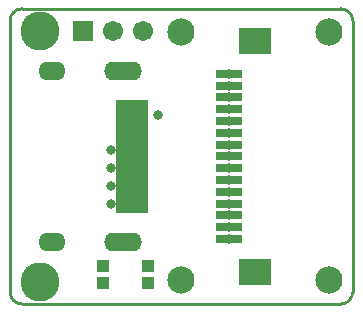
<source format=gts>
G04 Layer_Color=8388736*
%FSLAX25Y25*%
%MOIN*%
G70*
G01*
G75*
%ADD16C,0.00965*%
%ADD17C,0.01000*%
%ADD27R,0.11036X0.01902*%
%ADD28R,0.08674X0.03162*%
%ADD29R,0.11036X0.08674*%
%ADD30R,0.04343X0.03950*%
%ADD31R,0.06706X0.06706*%
%ADD32C,0.06706*%
%ADD33O,0.09068X0.06312*%
%ADD34O,0.12611X0.06312*%
%ADD35C,0.13005*%
%ADD36C,0.09068*%
%ADD37C,0.03162*%
D16*
X358268Y204724D02*
G03*
X362205Y208661I0J3937D01*
G01*
X248031D02*
G03*
X251969Y204724I3937J0D01*
G01*
X251969Y303150D02*
G03*
X248031Y299213I0J-3937D01*
G01*
X362205Y299213D02*
G03*
X358268Y303150I-3937J0D01*
G01*
D17*
X248031Y208661D02*
Y299213D01*
X251969Y303150D02*
X358268D01*
X251969Y204724D02*
X358268D01*
X362205Y208661D02*
Y299213D01*
D27*
X288583Y253937D02*
D03*
Y251969D02*
D03*
Y255906D02*
D03*
Y257874D02*
D03*
Y250000D02*
D03*
Y240158D02*
D03*
Y242126D02*
D03*
Y244094D02*
D03*
Y246063D02*
D03*
Y248031D02*
D03*
Y238189D02*
D03*
Y236221D02*
D03*
Y269685D02*
D03*
Y263779D02*
D03*
Y261811D02*
D03*
Y271654D02*
D03*
Y259842D02*
D03*
Y267717D02*
D03*
Y265748D02*
D03*
D28*
X320866Y226378D02*
D03*
Y234252D02*
D03*
Y238189D02*
D03*
Y242126D02*
D03*
Y246063D02*
D03*
Y250000D02*
D03*
Y230315D02*
D03*
Y261811D02*
D03*
Y281496D02*
D03*
Y277559D02*
D03*
Y273622D02*
D03*
Y269685D02*
D03*
Y265748D02*
D03*
Y257874D02*
D03*
Y253937D02*
D03*
D29*
X329528Y292520D02*
D03*
Y215354D02*
D03*
D30*
X294094Y211811D02*
D03*
Y217323D02*
D03*
X279134Y211811D02*
D03*
Y217323D02*
D03*
D31*
X272441Y295669D02*
D03*
D32*
X282441D02*
D03*
X292441D02*
D03*
D33*
X262126Y225394D02*
D03*
Y282480D02*
D03*
D34*
X285591Y225394D02*
D03*
Y282480D02*
D03*
D35*
X257874Y212205D02*
D03*
Y295669D02*
D03*
D36*
X354331Y212598D02*
D03*
Y295276D02*
D03*
X305118Y212598D02*
D03*
Y295276D02*
D03*
D37*
X294094Y211811D02*
D03*
X279134D02*
D03*
X297244Y267717D02*
D03*
X281496Y238189D02*
D03*
Y244094D02*
D03*
Y250000D02*
D03*
Y255906D02*
D03*
X320866Y226378D02*
D03*
Y230315D02*
D03*
Y234252D02*
D03*
Y238189D02*
D03*
Y242126D02*
D03*
Y250000D02*
D03*
Y253937D02*
D03*
Y261811D02*
D03*
Y265748D02*
D03*
Y273622D02*
D03*
Y277559D02*
D03*
Y246063D02*
D03*
Y257874D02*
D03*
Y269685D02*
D03*
Y281496D02*
D03*
M02*

</source>
